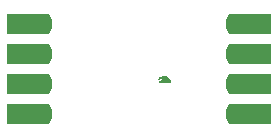
<source format=gbs>
G04 DipTrace 2.4.0.2*
%INSDmicro.gbs*%
%MOMM*%
%ADD44R,2.05X1.75*%
%ADD45R,2.082X1.75*%
%ADD46R,1.65X1.75*%
%FSLAX53Y53*%
G04*
G71*
G90*
G75*
G01*
%LNBotMask*%
%LPD*%
D46*
X11270Y16350D3*
Y18890D3*
Y21430D3*
G36*
X12545Y18015D2*
X12040D1*
Y19765D1*
X12545D1*
X12825Y19221D1*
Y18559D1*
X12545Y18015D1*
G37*
G36*
Y15475D2*
X12040D1*
Y17225D1*
X12545D1*
X12825Y16681D1*
Y16019D1*
X12545Y15475D1*
G37*
G36*
Y20555D2*
X12040D1*
Y22305D1*
X12545D1*
X12825Y21761D1*
Y21099D1*
X12545Y20555D1*
G37*
D45*
X10000Y21430D3*
Y18890D3*
Y16350D3*
D46*
X29050Y13810D3*
Y16350D3*
D45*
X30320Y13810D3*
Y16350D3*
G36*
X27775Y17225D2*
X28280D1*
Y15475D1*
X27775D1*
X27495Y16019D1*
Y16681D1*
X27775Y17225D1*
G37*
G36*
Y14685D2*
X28275D1*
Y12935D1*
X27775D1*
X27495Y13479D1*
Y14141D1*
X27775Y14685D1*
G37*
D46*
X29050Y18890D3*
Y21430D3*
D45*
X30320Y18890D3*
Y21430D3*
G36*
X27775Y22305D2*
X28280D1*
Y20555D1*
X27775D1*
X27495Y21099D1*
Y21761D1*
X27775Y22305D1*
G37*
G36*
Y19765D2*
X28275D1*
Y18015D1*
X27775D1*
X27495Y18559D1*
Y19221D1*
X27775Y19765D1*
G37*
D46*
X11270Y13810D3*
G36*
X12545Y12935D2*
X12040D1*
Y14685D1*
X12545D1*
X12825Y14141D1*
Y13479D1*
X12545Y12935D1*
G37*
D44*
X10000Y13810D3*
G36*
X22876Y16436D2*
X22847Y16626D1*
X22787Y16773D1*
X22711Y16867D1*
X22635Y16944D1*
X22522Y17007D1*
X22457Y17032D1*
X22362Y17053D1*
X22311Y17063D1*
X22229Y17068D1*
X22164Y17045D1*
X22126Y17007D1*
X22100Y16982D1*
X22036Y16969D1*
X22011Y16974D1*
X21960Y16989D1*
X21933Y17020D1*
X21834Y16938D1*
X21884Y16862D1*
Y16844D1*
X21795Y16808D1*
X21783Y16753D1*
X21773Y16651D1*
X22025Y16758D1*
X22057D1*
X22100Y16751D1*
X22110Y16728D1*
X22090Y16677D1*
X21975Y16613D1*
X21803Y16542D1*
X21828Y16492D1*
X21892Y16437D1*
X22082Y16512D1*
X22076Y16474D1*
Y16436D1*
X22876D1*
G37*
M02*

</source>
